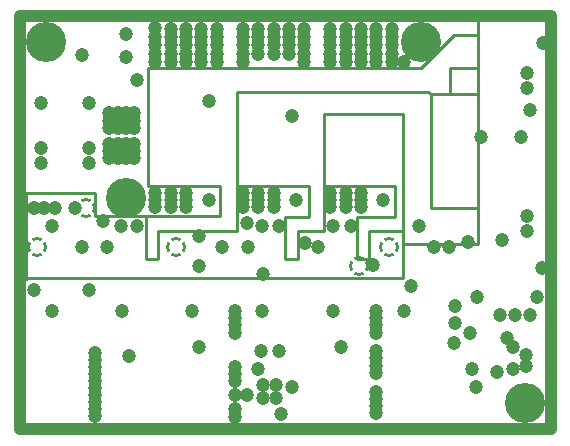
<source format=gbr>
%TF.GenerationSoftware,Altium Limited,Altium Designer,21.4.1 (30)*%
G04 Layer_Physical_Order=3*
G04 Layer_Color=128*
%FSLAX26Y26*%
%MOIN*%
%TF.SameCoordinates,1A054405-282A-4FF3-8963-BB1B344CA64D*%
%TF.FilePolarity,Negative*%
%TF.FileFunction,Copper,L3,Inr,Plane*%
%TF.Part,Single*%
G01*
G75*
%TA.AperFunction,NonConductor*%
%ADD29C,0.010000*%
%ADD30C,0.040000*%
%TA.AperFunction,ViaPad*%
%ADD31C,0.133858*%
%ADD32C,0.047244*%
G04:AMPARAMS|DCode=33|XSize=67.874mil|YSize=67.874mil|CornerRadius=0mil|HoleSize=0mil|Usage=FLASHONLY|Rotation=0.000|XOffset=0mil|YOffset=0mil|HoleType=Round|Shape=Relief|Width=10mil|Gap=10mil|Entries=4|*
%AMTHD33*
7,0,0,0.067874,0.047874,0.010000,45*
%
%ADD33THD33*%
D29*
X1527560Y1314961D02*
Y1377952D01*
X250492Y711221D02*
Y787401D01*
Y711221D02*
X421260D01*
X1279528Y503937D02*
Y618109D01*
X1279528Y503937D02*
X1279528Y503937D01*
X23622Y503937D02*
X1279528D01*
X19685Y500000D02*
X23622Y503937D01*
X19685Y500000D02*
Y787401D01*
X19685Y787401D01*
X250492D01*
X885827Y708661D02*
X964566D01*
X964566Y708661D02*
Y811023D01*
X460630Y661417D02*
X724410D01*
X460630Y566929D02*
Y661417D01*
X724410D02*
Y811023D01*
X929134Y661417D02*
X1015748D01*
X929134Y566929D02*
Y661417D01*
X1015748D02*
Y811023D01*
X885827Y566929D02*
X929134D01*
X885827Y566929D02*
Y708661D01*
X1279528Y618109D02*
X1527560Y618111D01*
X1279528Y618109D02*
Y811023D01*
X1527560Y618111D02*
Y814961D01*
X421260Y711221D02*
X669290D01*
X421260Y566929D02*
Y711221D01*
X669290D02*
Y811023D01*
X1015748D02*
X1251968D01*
Y708661D02*
Y811023D01*
X1125984Y708661D02*
X1251968D01*
X1125984Y566929D02*
Y708661D01*
X1165354Y661417D02*
X1279528D01*
X1165354Y566929D02*
Y661417D01*
X1125984Y566929D02*
X1165354D01*
X1279528Y811023D02*
Y1051181D01*
X421260Y566929D02*
X460630D01*
X429134Y811023D02*
X669290D01*
X724410D02*
Y1125985D01*
Y811023D02*
X964566D01*
X724410Y1125985D02*
X755906D01*
X429134Y1204725D02*
X503938D01*
X1205708Y1051181D02*
X1279528D01*
X1015748D02*
X1065944D01*
X1205708D01*
X1015748Y811023D02*
Y1051181D01*
X1527560Y1204725D02*
Y1314961D01*
X1448818D02*
X1527560D01*
X1338582Y1204725D02*
X1448818Y1314961D01*
X503938Y1204725D02*
X1338582D01*
X429134Y811023D02*
Y1204725D01*
X1433070Y1118111D02*
Y1204725D01*
X1527560D01*
Y1118111D02*
Y1204725D01*
X1370078Y1118111D02*
X1433070D01*
X1362204Y1125985D02*
X1370078Y1118111D01*
X755906Y1125985D02*
X1362204D01*
X1527560Y736221D02*
Y921259D01*
Y1023621D01*
X1370078Y1118111D02*
X1527560D01*
Y1023621D02*
Y1118111D01*
X1370078Y736221D02*
X1527560D01*
X1370078D02*
Y1118111D01*
D30*
X0Y0D02*
X1771653D01*
Y1377953D01*
X0D02*
X1771653D01*
X0Y0D02*
Y1377953D01*
D31*
X1338582Y1291339D02*
D03*
X86614D02*
D03*
X354330Y771653D02*
D03*
X1685040Y86615D02*
D03*
D32*
X598425Y645669D02*
D03*
X337598Y677167D02*
D03*
X952756Y621287D02*
D03*
X812008Y517990D02*
D03*
X863190Y677165D02*
D03*
X1303150Y476378D02*
D03*
X1331692Y677165D02*
D03*
X1432295Y606299D02*
D03*
X909448Y1043307D02*
D03*
X1103348Y677167D02*
D03*
X1282086Y1224409D02*
D03*
X389764Y1165354D02*
D03*
X757874Y687008D02*
D03*
X452756Y765921D02*
D03*
Y740331D02*
D03*
X757874Y114173D02*
D03*
X279528Y692913D02*
D03*
X354330Y1318897D02*
D03*
X1692914Y661417D02*
D03*
X795276Y740331D02*
D03*
X208858Y606299D02*
D03*
X1643085Y273623D02*
D03*
X1623114Y303149D02*
D03*
X855314Y105315D02*
D03*
X812008D02*
D03*
X855314Y148621D02*
D03*
X812008D02*
D03*
X872048Y51181D02*
D03*
X909646Y139763D02*
D03*
X1688976Y247046D02*
D03*
X1177165Y549213D02*
D03*
X1500128Y320867D02*
D03*
X1448818Y288385D02*
D03*
X629922Y763953D02*
D03*
X555118Y787575D02*
D03*
Y765921D02*
D03*
Y740331D02*
D03*
X503938Y763953D02*
D03*
Y787575D02*
D03*
X1522406Y139763D02*
D03*
X1591326Y190083D02*
D03*
X1724409Y440944D02*
D03*
X1688976Y212598D02*
D03*
X1643085Y200787D02*
D03*
X1507874D02*
D03*
X108858Y393701D02*
D03*
X341142D02*
D03*
X573426D02*
D03*
X1282086D02*
D03*
X208662Y1248031D02*
D03*
X354330Y1240157D02*
D03*
X232284Y887401D02*
D03*
X1452983Y410711D02*
D03*
X1652362Y379921D02*
D03*
X1602362D02*
D03*
X1523851Y440944D02*
D03*
X1739707Y536283D02*
D03*
X1493864Y624471D02*
D03*
X1702362Y379921D02*
D03*
X795276Y202755D02*
D03*
X806102Y259843D02*
D03*
X863190D02*
D03*
X1692914Y711221D02*
D03*
X1452983Y353625D02*
D03*
X1700788Y1063977D02*
D03*
X1692914Y1187599D02*
D03*
X1607511Y630906D02*
D03*
X1746203Y1287599D02*
D03*
X1692914Y1137599D02*
D03*
X1539370Y974409D02*
D03*
X1671260D02*
D03*
X996064Y606299D02*
D03*
X1070866Y273623D02*
D03*
X598284Y543307D02*
D03*
Y273623D02*
D03*
X809646Y393701D02*
D03*
X366142Y244095D02*
D03*
X232284Y1087401D02*
D03*
Y464986D02*
D03*
X185039Y736221D02*
D03*
X232284Y937401D02*
D03*
X118110Y736221D02*
D03*
X82677D02*
D03*
X47244D02*
D03*
X70866Y887401D02*
D03*
Y937401D02*
D03*
X47244Y464567D02*
D03*
X109254Y677167D02*
D03*
X70866Y1087401D02*
D03*
X1212796Y763953D02*
D03*
X921456D02*
D03*
X381890Y1027559D02*
D03*
X299212D02*
D03*
Y1003937D02*
D03*
Y1055117D02*
D03*
X326772Y1003937D02*
D03*
X354330Y1027559D02*
D03*
X503938Y1334645D02*
D03*
X354330Y1055119D02*
D03*
X326772D02*
D03*
X381890D02*
D03*
Y1003937D02*
D03*
X452756Y1279527D02*
D03*
Y1224409D02*
D03*
Y1307087D02*
D03*
Y1338579D02*
D03*
X326772Y1027559D02*
D03*
X354330Y1003937D02*
D03*
X250492Y255905D02*
D03*
X717008Y393371D02*
D03*
X452756Y1251969D02*
D03*
X1188976Y101377D02*
D03*
Y124999D02*
D03*
X716536Y66929D02*
D03*
Y41337D02*
D03*
Y114173D02*
D03*
Y161417D02*
D03*
Y185039D02*
D03*
Y208661D02*
D03*
Y346457D02*
D03*
Y370079D02*
D03*
Y320867D02*
D03*
X1188976Y259843D02*
D03*
Y322835D02*
D03*
Y393701D02*
D03*
Y370079D02*
D03*
Y346457D02*
D03*
Y236221D02*
D03*
Y55119D02*
D03*
Y212599D02*
D03*
Y78741D02*
D03*
Y188977D02*
D03*
X250492Y90551D02*
D03*
Y66929D02*
D03*
Y114173D02*
D03*
Y43307D02*
D03*
Y137795D02*
D03*
Y208661D02*
D03*
Y232283D02*
D03*
Y185039D02*
D03*
Y161417D02*
D03*
X1240158Y1224409D02*
D03*
Y1279527D02*
D03*
Y1307087D02*
D03*
Y1334645D02*
D03*
Y1251969D02*
D03*
X795276D02*
D03*
X846456D02*
D03*
X897638D02*
D03*
X1137796Y1334645D02*
D03*
X1035434D02*
D03*
X1086614D02*
D03*
X1188976D02*
D03*
X606300D02*
D03*
X657480D02*
D03*
X555118D02*
D03*
X657480Y1279527D02*
D03*
Y1307087D02*
D03*
Y1224409D02*
D03*
Y1251969D02*
D03*
X1035434Y1279527D02*
D03*
Y1307087D02*
D03*
Y1224409D02*
D03*
Y1251969D02*
D03*
X744094Y1279527D02*
D03*
Y1307087D02*
D03*
Y1224409D02*
D03*
Y1251969D02*
D03*
X948820D02*
D03*
Y1224409D02*
D03*
Y1307087D02*
D03*
Y1279527D02*
D03*
X846456Y1334645D02*
D03*
X744094D02*
D03*
X795276D02*
D03*
X948820D02*
D03*
X897638D02*
D03*
Y1307087D02*
D03*
Y1279527D02*
D03*
X846456D02*
D03*
Y1307087D02*
D03*
X795276D02*
D03*
Y1279527D02*
D03*
X1137796Y1224409D02*
D03*
X1188976D02*
D03*
X1086614D02*
D03*
Y1251969D02*
D03*
X1137796D02*
D03*
X1188976D02*
D03*
X1086614Y1279527D02*
D03*
X1137796Y1307087D02*
D03*
Y1279527D02*
D03*
X1188976D02*
D03*
Y1307087D02*
D03*
X1086614D02*
D03*
X555118Y1224409D02*
D03*
X606300D02*
D03*
X503938D02*
D03*
Y1251969D02*
D03*
X555118D02*
D03*
X606300D02*
D03*
X503938Y1279527D02*
D03*
Y1307087D02*
D03*
X555118D02*
D03*
Y1279527D02*
D03*
X606300D02*
D03*
Y1307087D02*
D03*
X1045866Y677167D02*
D03*
X809646D02*
D03*
X391142D02*
D03*
X629922Y1094489D02*
D03*
X759842Y606299D02*
D03*
X291142D02*
D03*
X299212Y929133D02*
D03*
X381890Y952755D02*
D03*
X354330Y929133D02*
D03*
X299212Y952755D02*
D03*
Y905511D02*
D03*
X326772Y952755D02*
D03*
Y905511D02*
D03*
X354330Y952755D02*
D03*
Y905511D02*
D03*
X381890D02*
D03*
Y929133D02*
D03*
X326772D02*
D03*
X673228Y606299D02*
D03*
X744094Y787401D02*
D03*
X503938Y740331D02*
D03*
X1381890Y606299D02*
D03*
X1035434Y787575D02*
D03*
Y765921D02*
D03*
Y740331D02*
D03*
X744094Y740157D02*
D03*
Y765747D02*
D03*
X452756Y787575D02*
D03*
X1137796Y765921D02*
D03*
X1086614Y787749D02*
D03*
Y740505D02*
D03*
X1137796Y787575D02*
D03*
Y740331D02*
D03*
X1086614Y764127D02*
D03*
X846456Y765747D02*
D03*
X795276Y787575D02*
D03*
X846456Y787401D02*
D03*
Y740157D02*
D03*
X795276Y763953D02*
D03*
X1045866Y393701D02*
D03*
D33*
X1232284Y606299D02*
D03*
X1129922Y543307D02*
D03*
X220472Y736221D02*
D03*
X522884Y606299D02*
D03*
X58858D02*
D03*
%TF.MD5,274273dd4c11094b82e1255414d0a261*%
M02*

</source>
